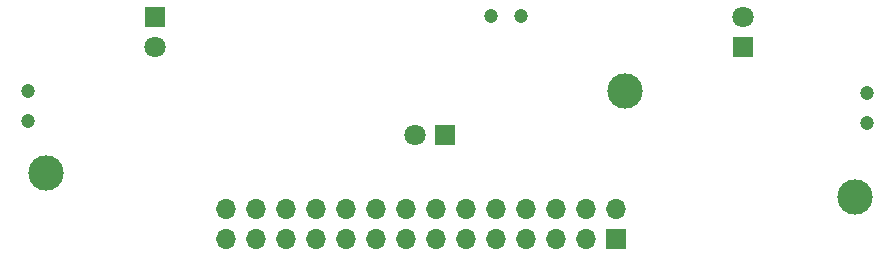
<source format=gbr>
%TF.GenerationSoftware,KiCad,Pcbnew,8.0.1*%
%TF.CreationDate,2024-03-24T20:30:25+02:00*%
%TF.ProjectId,Sensing_Subsystem,53656e73-696e-4675-9f53-756273797374,rev?*%
%TF.SameCoordinates,Original*%
%TF.FileFunction,Soldermask,Bot*%
%TF.FilePolarity,Negative*%
%FSLAX46Y46*%
G04 Gerber Fmt 4.6, Leading zero omitted, Abs format (unit mm)*
G04 Created by KiCad (PCBNEW 8.0.1) date 2024-03-24 20:30:25*
%MOMM*%
%LPD*%
G01*
G04 APERTURE LIST*
%ADD10C,1.200000*%
%ADD11R,1.800000X1.800000*%
%ADD12C,1.800000*%
%ADD13C,3.000000*%
%ADD14R,1.700000X1.700000*%
%ADD15O,1.700000X1.700000*%
G04 APERTURE END LIST*
D10*
%TO.C,D5*%
X157670000Y-78700000D03*
X155130000Y-78700000D03*
%TD*%
D11*
%TO.C,D1*%
X126750000Y-78725000D03*
D12*
X126750000Y-81265000D03*
%TD*%
D13*
%TO.C,TP2*%
X166500000Y-85000000D03*
%TD*%
D11*
%TO.C,D2*%
X151275000Y-88750000D03*
D12*
X148735000Y-88750000D03*
%TD*%
D10*
%TO.C,D6*%
X116000000Y-85000000D03*
X116000000Y-87540000D03*
%TD*%
%TO.C,D4*%
X187000000Y-87770000D03*
X187000000Y-85230000D03*
%TD*%
D13*
%TO.C,TP3*%
X117500000Y-92000000D03*
%TD*%
D11*
%TO.C,D3*%
X176500000Y-81275000D03*
D12*
X176500000Y-78735000D03*
%TD*%
D13*
%TO.C,TP1*%
X186000000Y-94000000D03*
%TD*%
D14*
%TO.C,J1*%
X165780000Y-97540000D03*
D15*
X165780000Y-95000000D03*
X163240000Y-97540000D03*
X163240000Y-95000000D03*
X160700000Y-97540000D03*
X160700000Y-95000000D03*
X158160000Y-97540000D03*
X158160000Y-95000000D03*
X155620000Y-97540000D03*
X155620000Y-95000000D03*
X153080000Y-97540000D03*
X153080000Y-95000000D03*
X150540000Y-97540000D03*
X150540000Y-95000000D03*
X148000000Y-97540000D03*
X148000000Y-95000000D03*
X145460000Y-97540000D03*
X145460000Y-95000000D03*
X142920000Y-97540000D03*
X142920000Y-95000000D03*
X140380000Y-97540000D03*
X140380000Y-95000000D03*
X137840000Y-97540000D03*
X137840000Y-95000000D03*
X135300000Y-97540000D03*
X135300000Y-95000000D03*
X132760000Y-97540000D03*
X132760000Y-95000000D03*
%TD*%
M02*

</source>
